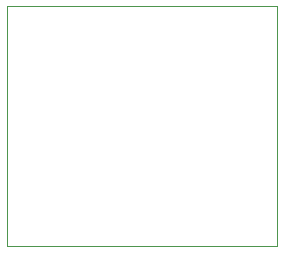
<source format=gm1>
%TF.GenerationSoftware,KiCad,Pcbnew,(6.0.5)*%
%TF.CreationDate,2022-05-30T11:24:42-06:00*%
%TF.ProjectId,PMOD_MEM,504d4f44-5f4d-4454-9d2e-6b696361645f,rev?*%
%TF.SameCoordinates,Original*%
%TF.FileFunction,Profile,NP*%
%FSLAX46Y46*%
G04 Gerber Fmt 4.6, Leading zero omitted, Abs format (unit mm)*
G04 Created by KiCad (PCBNEW (6.0.5)) date 2022-05-30 11:24:42*
%MOMM*%
%LPD*%
G01*
G04 APERTURE LIST*
%TA.AperFunction,Profile*%
%ADD10C,0.100000*%
%TD*%
G04 APERTURE END LIST*
D10*
X96520000Y-96520000D02*
X119380000Y-96520000D01*
X119380000Y-96520000D02*
X119380000Y-116840000D01*
X119380000Y-116840000D02*
X96520000Y-116840000D01*
X96520000Y-116840000D02*
X96520000Y-96520000D01*
M02*

</source>
